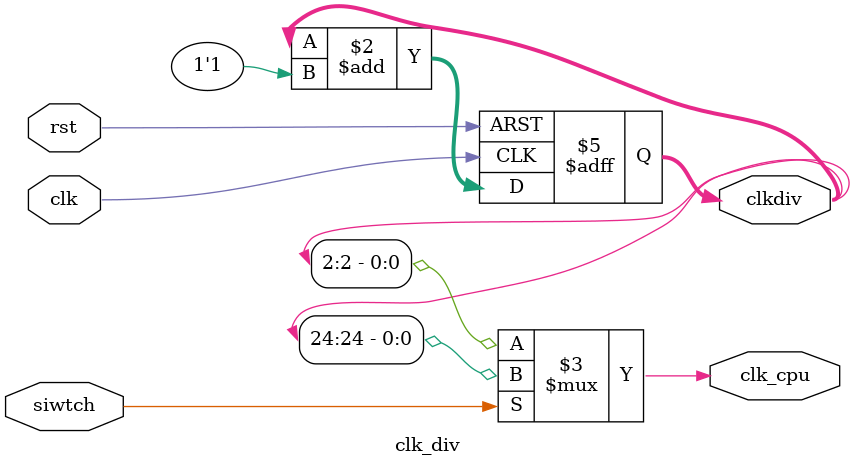
<source format=v>
`timescale 1ns / 1ps
module clk_div(
	input clk,
	input rst,
	input siwtch,   // CPUÊ±ÖÓÄ£Ê½ÇÐ»»
	output reg [31:0] clkdiv,
	output clk_cpu
   );

	initial clkdiv = 32'b0;
	
	always @(posedge clk or posedge rst) begin
		if(rst) clkdiv <= 0;
		else clkdiv <= clkdiv +1'b1;
	end
	
	assign clk_cpu = siwtch ? clkdiv[24] : clkdiv[2];
	
endmodule

</source>
